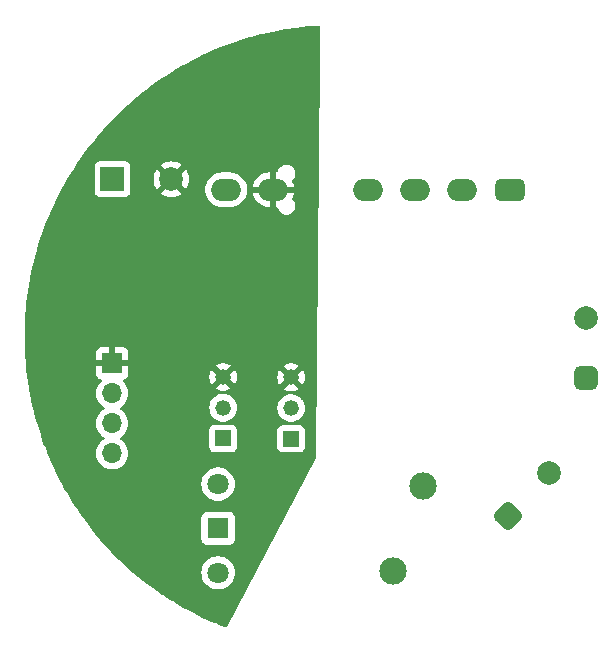
<source format=gbl>
%TF.GenerationSoftware,KiCad,Pcbnew,7.0.1-3b83917a11~172~ubuntu20.04.1*%
%TF.CreationDate,2023-03-21T13:55:29+01:00*%
%TF.ProjectId,220AC-mini-C3-board,32323041-432d-46d6-996e-692d43332d62,rev?*%
%TF.SameCoordinates,Original*%
%TF.FileFunction,Copper,L2,Bot*%
%TF.FilePolarity,Positive*%
%FSLAX46Y46*%
G04 Gerber Fmt 4.6, Leading zero omitted, Abs format (unit mm)*
G04 Created by KiCad (PCBNEW 7.0.1-3b83917a11~172~ubuntu20.04.1) date 2023-03-21 13:55:29*
%MOMM*%
%LPD*%
G01*
G04 APERTURE LIST*
G04 Aperture macros list*
%AMRoundRect*
0 Rectangle with rounded corners*
0 $1 Rounding radius*
0 $2 $3 $4 $5 $6 $7 $8 $9 X,Y pos of 4 corners*
0 Add a 4 corners polygon primitive as box body*
4,1,4,$2,$3,$4,$5,$6,$7,$8,$9,$2,$3,0*
0 Add four circle primitives for the rounded corners*
1,1,$1+$1,$2,$3*
1,1,$1+$1,$4,$5*
1,1,$1+$1,$6,$7*
1,1,$1+$1,$8,$9*
0 Add four rect primitives between the rounded corners*
20,1,$1+$1,$2,$3,$4,$5,0*
20,1,$1+$1,$4,$5,$6,$7,0*
20,1,$1+$1,$6,$7,$8,$9,0*
20,1,$1+$1,$8,$9,$2,$3,0*%
G04 Aperture macros list end*
%TA.AperFunction,ComponentPad*%
%ADD10R,1.320800X1.320800*%
%TD*%
%TA.AperFunction,ComponentPad*%
%ADD11C,1.320800*%
%TD*%
%TA.AperFunction,ComponentPad*%
%ADD12RoundRect,0.476250X0.781050X0.476250X-0.781050X0.476250X-0.781050X-0.476250X0.781050X-0.476250X0*%
%TD*%
%TA.AperFunction,ComponentPad*%
%ADD13O,2.514600X1.905000*%
%TD*%
%TA.AperFunction,ComponentPad*%
%ADD14RoundRect,0.500000X0.024678X-0.706676X0.706676X0.024678X-0.024678X0.706676X-0.706676X-0.024678X0*%
%TD*%
%TA.AperFunction,ComponentPad*%
%ADD15C,2.000000*%
%TD*%
%TA.AperFunction,ComponentPad*%
%ADD16RoundRect,0.500000X0.500000X-0.500000X0.500000X0.500000X-0.500000X0.500000X-0.500000X-0.500000X0*%
%TD*%
%TA.AperFunction,ComponentPad*%
%ADD17C,1.803400*%
%TD*%
%TA.AperFunction,ComponentPad*%
%ADD18R,1.803400X1.803400*%
%TD*%
%TA.AperFunction,ComponentPad*%
%ADD19C,2.311400*%
%TD*%
%TA.AperFunction,ComponentPad*%
%ADD20R,2.000000X2.000000*%
%TD*%
%TA.AperFunction,ComponentPad*%
%ADD21R,1.700000X1.700000*%
%TD*%
%TA.AperFunction,ComponentPad*%
%ADD22O,1.700000X1.700000*%
%TD*%
G04 APERTURE END LIST*
D10*
%TO.P,Q1,1,C*%
%TO.N,Net-(D1-Pad2)*%
X132760000Y-94000000D03*
D11*
%TO.P,Q1,2,B*%
%TO.N,Net-(Q1-Pad2)*%
X132760000Y-91400000D03*
%TO.P,Q1,3,E*%
%TO.N,GND*%
X132760000Y-88800000D03*
%TD*%
D12*
%TO.P,U1,1,ACL*%
%TO.N,/AC (N)*%
X151249999Y-72920000D03*
D13*
%TO.P,U1,2,ACN*%
%TO.N,Net-(R1-Pad2)*%
X147250000Y-72920000D03*
%TO.P,U1,3,+VCAP*%
%TO.N,Net-(C1-Pad1)*%
X143250000Y-72920000D03*
%TO.P,U1,4,-VCAP*%
%TO.N,Net-(C1-Pad2)*%
X139250000Y-72920000D03*
%TO.P,U1,5,-VO*%
%TO.N,GND*%
X131250001Y-72920000D03*
%TO.P,U1,6,+VO*%
%TO.N,Net-(C2-Pad1)*%
X127250002Y-72920000D03*
%TD*%
D14*
%TO.P,J2,1,Pin_1*%
%TO.N,Net-(J2-Pad1)*%
X151137724Y-100587638D03*
D15*
%TO.P,J2,2,Pin_2*%
%TO.N,Net-(J2-Pad2)*%
X154602276Y-96872362D03*
%TD*%
D16*
%TO.P,J1,1,Pin_1*%
%TO.N,AC*%
X157700000Y-88840000D03*
D15*
%TO.P,J1,2,Pin_2*%
%TO.N,/AC (N)*%
X157700000Y-83760000D03*
%TD*%
D10*
%TO.P,Q2,1,C*%
%TO.N,Net-(D2-Pad2)*%
X127000000Y-93980000D03*
D11*
%TO.P,Q2,2,B*%
%TO.N,Net-(Q2-Pad2)*%
X127000000Y-91380000D03*
%TO.P,Q2,3,E*%
%TO.N,GND*%
X127000000Y-88780000D03*
%TD*%
D17*
%TO.P,K1,1*%
%TO.N,Net-(D1-Pad2)*%
X126570000Y-105350000D03*
D18*
%TO.P,K1,2*%
%TO.N,+3V3*%
X126570000Y-101600000D03*
D17*
%TO.P,K1,3*%
%TO.N,Net-(D2-Pad2)*%
X126570000Y-97850000D03*
D19*
%TO.P,K1,4*%
%TO.N,Net-(J2-Pad2)*%
X143903000Y-98000000D03*
%TO.P,K1,5*%
%TO.N,Net-(J2-Pad1)*%
X141363000Y-105200000D03*
%TD*%
D20*
%TO.P,C2,1*%
%TO.N,Net-(C2-Pad1)*%
X117622323Y-72030000D03*
D15*
%TO.P,C2,2*%
%TO.N,GND*%
X122622323Y-72030000D03*
%TD*%
D21*
%TO.P,J3,1,Pin_1*%
%TO.N,GND*%
X117605000Y-87620000D03*
D22*
%TO.P,J3,2,Pin_2*%
%TO.N,+3V3*%
X117605000Y-90160000D03*
%TO.P,J3,3,Pin_3*%
%TO.N,/IO_3*%
X117605000Y-92700000D03*
%TO.P,J3,4,Pin_4*%
%TO.N,/IO_2*%
X117605000Y-95240000D03*
%TD*%
%TA.AperFunction,Conductor*%
%TO.N,GND*%
G36*
X135161414Y-59043645D02*
G01*
X135211141Y-59090053D01*
X135229500Y-59155546D01*
X135229500Y-61879699D01*
X135229493Y-61881049D01*
X134868505Y-95566947D01*
X134854003Y-95624298D01*
X127331196Y-109912324D01*
X127291005Y-109957509D01*
X127234391Y-109978764D01*
X127174395Y-109971194D01*
X126778970Y-109818802D01*
X126776424Y-109817789D01*
X126350320Y-109642839D01*
X126348358Y-109642014D01*
X125837966Y-109422311D01*
X125835455Y-109421197D01*
X125741407Y-109378237D01*
X125416680Y-109229908D01*
X125414780Y-109229021D01*
X124913121Y-108989703D01*
X124910606Y-108988469D01*
X124499657Y-108781085D01*
X124497819Y-108780138D01*
X124005649Y-108521549D01*
X124003157Y-108520204D01*
X123600788Y-108297117D01*
X123599016Y-108296116D01*
X123117014Y-108018601D01*
X123114549Y-108017144D01*
X122978954Y-107934917D01*
X122721292Y-107778667D01*
X122719655Y-107777656D01*
X122502202Y-107641008D01*
X122248516Y-107481591D01*
X122246084Y-107480024D01*
X121862655Y-107226612D01*
X121861016Y-107225510D01*
X121401455Y-106911323D01*
X121399061Y-106909645D01*
X121025991Y-106641678D01*
X121024420Y-106640531D01*
X120577168Y-106308699D01*
X120574816Y-106306911D01*
X120212646Y-106024801D01*
X120211145Y-106023614D01*
X119776772Y-105674533D01*
X119774468Y-105672635D01*
X119423797Y-105376878D01*
X119422366Y-105375653D01*
X119392856Y-105350000D01*
X125154967Y-105350000D01*
X125174266Y-105582907D01*
X125174266Y-105582910D01*
X125174267Y-105582911D01*
X125231636Y-105809459D01*
X125325516Y-106023481D01*
X125453340Y-106219132D01*
X125611620Y-106391070D01*
X125611624Y-106391074D01*
X125759164Y-106505909D01*
X125796051Y-106534619D01*
X125991761Y-106640531D01*
X126001588Y-106645849D01*
X126222630Y-106721733D01*
X126337888Y-106740966D01*
X126453145Y-106760200D01*
X126453148Y-106760200D01*
X126686852Y-106760200D01*
X126686855Y-106760200D01*
X126785645Y-106743714D01*
X126917370Y-106721733D01*
X127138412Y-106645849D01*
X127343950Y-106534618D01*
X127528376Y-106391074D01*
X127686660Y-106219131D01*
X127814484Y-106023481D01*
X127908363Y-105809460D01*
X127965734Y-105582907D01*
X127985033Y-105350000D01*
X127965734Y-105117093D01*
X127908363Y-104890540D01*
X127814484Y-104676519D01*
X127686660Y-104480869D01*
X127686659Y-104480867D01*
X127528379Y-104308929D01*
X127528378Y-104308928D01*
X127528376Y-104308926D01*
X127417720Y-104222799D01*
X127343948Y-104165380D01*
X127138411Y-104054150D01*
X126997465Y-104005763D01*
X126917370Y-103978267D01*
X126917367Y-103978266D01*
X126917366Y-103978266D01*
X126686855Y-103939800D01*
X126686852Y-103939800D01*
X126453148Y-103939800D01*
X126453145Y-103939800D01*
X126222633Y-103978266D01*
X126001588Y-104054150D01*
X125796051Y-104165380D01*
X125611620Y-104308929D01*
X125453340Y-104480867D01*
X125325516Y-104676518D01*
X125231636Y-104890540D01*
X125174267Y-105117088D01*
X125174266Y-105117093D01*
X125154967Y-105350000D01*
X119392856Y-105350000D01*
X119001639Y-105009912D01*
X118999387Y-105007907D01*
X118660574Y-104698829D01*
X118659215Y-104697570D01*
X118252782Y-104315710D01*
X118250587Y-104313597D01*
X118170223Y-104234348D01*
X117924306Y-103991841D01*
X117923033Y-103990568D01*
X117531388Y-103593022D01*
X117529255Y-103590803D01*
X117215928Y-103256820D01*
X117214712Y-103255505D01*
X116838492Y-102842880D01*
X116836452Y-102840588D01*
X116584636Y-102550338D01*
X125159800Y-102550338D01*
X125166311Y-102610900D01*
X125217411Y-102747905D01*
X125305038Y-102864961D01*
X125422094Y-102952588D01*
X125422095Y-102952588D01*
X125422096Y-102952589D01*
X125559099Y-103003689D01*
X125619662Y-103010200D01*
X127520338Y-103010200D01*
X127580901Y-103003689D01*
X127717904Y-102952589D01*
X127834961Y-102864961D01*
X127922589Y-102747904D01*
X127973689Y-102610901D01*
X127980200Y-102550338D01*
X127980200Y-100649662D01*
X127973689Y-100589099D01*
X127922589Y-100452096D01*
X127911275Y-100436982D01*
X127834961Y-100335038D01*
X127717905Y-100247411D01*
X127649402Y-100221860D01*
X127580901Y-100196311D01*
X127520338Y-100189800D01*
X125619662Y-100189800D01*
X125559099Y-100196311D01*
X125422094Y-100247411D01*
X125305038Y-100335038D01*
X125217411Y-100452094D01*
X125166311Y-100589099D01*
X125159800Y-100649662D01*
X125159800Y-102550338D01*
X116584636Y-102550338D01*
X116536620Y-102494994D01*
X116535494Y-102493677D01*
X116175218Y-102066501D01*
X116173225Y-102064077D01*
X115887270Y-101707361D01*
X115886305Y-101706141D01*
X115542496Y-101264975D01*
X115540580Y-101262451D01*
X115269011Y-100895298D01*
X115268009Y-100893925D01*
X114941350Y-100439603D01*
X114939515Y-100436982D01*
X114682557Y-100059746D01*
X114681627Y-100058360D01*
X114372579Y-99591481D01*
X114370831Y-99588765D01*
X114141186Y-99221733D01*
X114128994Y-99202247D01*
X114128220Y-99200993D01*
X113837082Y-98721936D01*
X113835425Y-98719127D01*
X113609114Y-98324055D01*
X113608324Y-98322656D01*
X113552125Y-98221582D01*
X113345521Y-97850000D01*
X125154967Y-97850000D01*
X125174266Y-98082907D01*
X125174266Y-98082910D01*
X125174267Y-98082911D01*
X125231636Y-98309459D01*
X125325516Y-98523481D01*
X125453340Y-98719132D01*
X125611620Y-98891070D01*
X125611624Y-98891074D01*
X125759164Y-99005909D01*
X125796051Y-99034619D01*
X125855837Y-99066973D01*
X126001588Y-99145849D01*
X126222630Y-99221733D01*
X126337889Y-99240966D01*
X126453145Y-99260200D01*
X126453148Y-99260200D01*
X126686852Y-99260200D01*
X126686855Y-99260200D01*
X126785645Y-99243714D01*
X126917370Y-99221733D01*
X127138412Y-99145849D01*
X127343950Y-99034618D01*
X127528376Y-98891074D01*
X127686660Y-98719131D01*
X127814484Y-98523481D01*
X127908363Y-98309460D01*
X127965734Y-98082907D01*
X127985033Y-97850000D01*
X127965734Y-97617093D01*
X127908363Y-97390540D01*
X127814484Y-97176519D01*
X127686660Y-96980869D01*
X127686659Y-96980867D01*
X127528379Y-96808929D01*
X127528378Y-96808928D01*
X127528376Y-96808926D01*
X127417720Y-96722799D01*
X127343948Y-96665380D01*
X127138411Y-96554150D01*
X126946717Y-96488342D01*
X126917370Y-96478267D01*
X126917367Y-96478266D01*
X126917366Y-96478266D01*
X126686855Y-96439800D01*
X126686852Y-96439800D01*
X126453148Y-96439800D01*
X126453145Y-96439800D01*
X126222633Y-96478266D01*
X126001588Y-96554150D01*
X125796051Y-96665380D01*
X125611620Y-96808929D01*
X125453340Y-96980867D01*
X125325516Y-97176518D01*
X125231636Y-97390540D01*
X125174267Y-97617088D01*
X125174266Y-97617093D01*
X125154967Y-97850000D01*
X113345521Y-97850000D01*
X113335673Y-97832289D01*
X113334192Y-97829541D01*
X113123569Y-97426278D01*
X113122882Y-97424941D01*
X112869155Y-96923968D01*
X112867693Y-96920984D01*
X112673206Y-96510471D01*
X112672552Y-96509070D01*
X112438141Y-95998178D01*
X112436828Y-95995212D01*
X112258536Y-95577663D01*
X112258122Y-95576677D01*
X112119126Y-95240000D01*
X116241844Y-95240000D01*
X116260436Y-95464368D01*
X116260436Y-95464371D01*
X116260437Y-95464372D01*
X116315702Y-95682611D01*
X116406139Y-95888790D01*
X116529278Y-96077268D01*
X116681762Y-96242908D01*
X116799883Y-96334846D01*
X116859424Y-96381189D01*
X117057426Y-96488342D01*
X117270365Y-96561444D01*
X117492431Y-96598500D01*
X117717566Y-96598500D01*
X117717569Y-96598500D01*
X117939635Y-96561444D01*
X118152574Y-96488342D01*
X118350576Y-96381189D01*
X118528240Y-96242906D01*
X118680722Y-96077268D01*
X118803860Y-95888791D01*
X118894296Y-95682616D01*
X118949564Y-95464368D01*
X118968156Y-95240000D01*
X118949564Y-95015632D01*
X118894296Y-94797384D01*
X118846771Y-94689038D01*
X125831100Y-94689038D01*
X125837611Y-94749601D01*
X125845071Y-94769601D01*
X125888711Y-94886605D01*
X125976338Y-95003661D01*
X126093394Y-95091288D01*
X126093395Y-95091288D01*
X126093396Y-95091289D01*
X126230399Y-95142389D01*
X126290962Y-95148900D01*
X127709038Y-95148900D01*
X127769601Y-95142389D01*
X127906604Y-95091289D01*
X128023661Y-95003661D01*
X128111289Y-94886604D01*
X128162389Y-94749601D01*
X128166750Y-94709038D01*
X131591100Y-94709038D01*
X131597611Y-94769600D01*
X131648711Y-94906605D01*
X131736338Y-95023661D01*
X131853394Y-95111288D01*
X131853395Y-95111288D01*
X131853396Y-95111289D01*
X131990399Y-95162389D01*
X132050962Y-95168900D01*
X133469038Y-95168900D01*
X133529601Y-95162389D01*
X133666604Y-95111289D01*
X133783661Y-95023661D01*
X133871289Y-94906604D01*
X133922389Y-94769601D01*
X133928900Y-94709038D01*
X133928900Y-93290962D01*
X133922389Y-93230399D01*
X133871289Y-93093396D01*
X133871288Y-93093394D01*
X133783661Y-92976338D01*
X133666605Y-92888711D01*
X133598102Y-92863161D01*
X133529601Y-92837611D01*
X133469038Y-92831100D01*
X132050962Y-92831100D01*
X131990399Y-92837611D01*
X131853394Y-92888711D01*
X131736338Y-92976338D01*
X131648711Y-93093394D01*
X131597611Y-93230399D01*
X131591100Y-93290962D01*
X131591100Y-94709038D01*
X128166750Y-94709038D01*
X128168900Y-94689038D01*
X128168900Y-93270962D01*
X128162389Y-93210399D01*
X128111289Y-93073396D01*
X128087537Y-93041667D01*
X128023661Y-92956338D01*
X127906605Y-92868711D01*
X127838102Y-92843160D01*
X127769601Y-92817611D01*
X127709038Y-92811100D01*
X126290962Y-92811100D01*
X126230399Y-92817611D01*
X126093394Y-92868711D01*
X125976338Y-92956338D01*
X125888711Y-93073394D01*
X125862895Y-93142611D01*
X125837611Y-93210399D01*
X125831100Y-93270962D01*
X125831100Y-94689038D01*
X118846771Y-94689038D01*
X118803860Y-94591209D01*
X118680722Y-94402732D01*
X118528240Y-94237094D01*
X118528239Y-94237093D01*
X118528237Y-94237091D01*
X118350579Y-94098813D01*
X118350577Y-94098812D01*
X118350576Y-94098811D01*
X118317317Y-94080812D01*
X118269047Y-94034498D01*
X118251288Y-93970000D01*
X118269047Y-93905502D01*
X118317317Y-93859187D01*
X118350576Y-93841189D01*
X118528240Y-93702906D01*
X118680722Y-93537268D01*
X118803860Y-93348791D01*
X118894296Y-93142616D01*
X118949564Y-92924368D01*
X118968156Y-92700000D01*
X118949564Y-92475632D01*
X118894296Y-92257384D01*
X118803860Y-92051209D01*
X118680722Y-91862732D01*
X118528240Y-91697094D01*
X118528239Y-91697093D01*
X118528237Y-91697091D01*
X118350579Y-91558813D01*
X118350577Y-91558812D01*
X118350576Y-91558811D01*
X118317317Y-91540812D01*
X118269047Y-91494498D01*
X118251288Y-91430000D01*
X118265055Y-91379999D01*
X125826091Y-91379999D01*
X125846079Y-91595703D01*
X125905361Y-91804060D01*
X126001924Y-91997985D01*
X126050489Y-92062295D01*
X126132472Y-92170857D01*
X126292562Y-92316799D01*
X126292564Y-92316800D01*
X126292565Y-92316801D01*
X126476739Y-92430837D01*
X126476743Y-92430838D01*
X126476744Y-92430839D01*
X126678745Y-92509095D01*
X126891685Y-92548900D01*
X127108314Y-92548900D01*
X127108315Y-92548900D01*
X127321255Y-92509095D01*
X127523256Y-92430839D01*
X127523257Y-92430837D01*
X127523260Y-92430837D01*
X127675133Y-92336801D01*
X127707438Y-92316799D01*
X127867528Y-92170857D01*
X127998077Y-91997983D01*
X128094637Y-91804064D01*
X128153920Y-91595705D01*
X128172055Y-91400000D01*
X131586091Y-91400000D01*
X131606079Y-91615703D01*
X131665361Y-91824060D01*
X131761924Y-92017985D01*
X131787014Y-92051209D01*
X131892472Y-92190857D01*
X132052562Y-92336799D01*
X132052564Y-92336800D01*
X132052565Y-92336801D01*
X132236739Y-92450837D01*
X132236743Y-92450838D01*
X132236744Y-92450839D01*
X132438745Y-92529095D01*
X132651685Y-92568900D01*
X132868314Y-92568900D01*
X132868315Y-92568900D01*
X133081255Y-92529095D01*
X133283256Y-92450839D01*
X133283257Y-92450837D01*
X133283260Y-92450837D01*
X133375347Y-92393818D01*
X133467438Y-92336799D01*
X133627528Y-92190857D01*
X133758077Y-92017983D01*
X133854637Y-91824064D01*
X133913920Y-91615705D01*
X133933908Y-91400000D01*
X133913920Y-91184295D01*
X133870870Y-91032990D01*
X133854638Y-90975939D01*
X133854637Y-90975936D01*
X133758077Y-90782017D01*
X133742971Y-90762014D01*
X133705676Y-90712627D01*
X133627528Y-90609143D01*
X133467438Y-90463201D01*
X133467435Y-90463199D01*
X133467434Y-90463198D01*
X133283260Y-90349162D01*
X133164771Y-90303259D01*
X133081255Y-90270905D01*
X132868315Y-90231100D01*
X132651685Y-90231100D01*
X132545737Y-90250905D01*
X132438745Y-90270905D01*
X132236739Y-90349162D01*
X132052565Y-90463198D01*
X131892471Y-90609144D01*
X131761924Y-90782014D01*
X131665361Y-90975939D01*
X131606079Y-91184296D01*
X131586091Y-91400000D01*
X128172055Y-91400000D01*
X128173908Y-91380000D01*
X128153920Y-91164295D01*
X128100328Y-90975939D01*
X128094638Y-90955939D01*
X128094637Y-90955936D01*
X127998077Y-90762017D01*
X127867528Y-90589143D01*
X127707438Y-90443201D01*
X127707435Y-90443199D01*
X127707434Y-90443198D01*
X127523260Y-90329162D01*
X127404771Y-90283259D01*
X127321255Y-90250905D01*
X127108315Y-90211100D01*
X126891685Y-90211100D01*
X126678745Y-90250904D01*
X126678745Y-90250905D01*
X126476739Y-90329162D01*
X126292565Y-90443198D01*
X126292561Y-90443201D01*
X126292562Y-90443201D01*
X126146826Y-90576058D01*
X126132471Y-90589144D01*
X126001924Y-90762014D01*
X125905361Y-90955939D01*
X125846079Y-91164296D01*
X125826091Y-91379999D01*
X118265055Y-91379999D01*
X118269047Y-91365502D01*
X118317317Y-91319187D01*
X118350576Y-91301189D01*
X118528240Y-91162906D01*
X118680722Y-90997268D01*
X118803860Y-90808791D01*
X118894296Y-90602616D01*
X118949564Y-90384368D01*
X118968156Y-90160000D01*
X118949564Y-89935632D01*
X118906630Y-89766089D01*
X126373119Y-89766089D01*
X126476966Y-89830389D01*
X126678882Y-89908611D01*
X126891734Y-89948400D01*
X127108266Y-89948400D01*
X127321117Y-89908611D01*
X127523030Y-89830390D01*
X127594577Y-89786089D01*
X132133119Y-89786089D01*
X132236966Y-89850389D01*
X132438882Y-89928611D01*
X132651734Y-89968400D01*
X132868266Y-89968400D01*
X133081117Y-89928611D01*
X133283030Y-89850390D01*
X133386878Y-89786089D01*
X132760000Y-89159210D01*
X132133119Y-89786089D01*
X127594577Y-89786089D01*
X127626878Y-89766089D01*
X127000000Y-89139210D01*
X126373119Y-89766089D01*
X118906630Y-89766089D01*
X118894296Y-89717384D01*
X118803860Y-89511209D01*
X118680722Y-89322732D01*
X118537157Y-89166780D01*
X118507921Y-89113178D01*
X118507318Y-89052122D01*
X118535493Y-88997951D01*
X118585827Y-88963388D01*
X118700963Y-88920445D01*
X118817904Y-88832904D01*
X118857508Y-88779999D01*
X125826594Y-88779999D01*
X125846574Y-88995617D01*
X125905829Y-89203880D01*
X126002350Y-89397719D01*
X126011264Y-89409523D01*
X126011265Y-89409524D01*
X126640789Y-88780001D01*
X127359210Y-88780001D01*
X127988733Y-89409524D01*
X127988734Y-89409523D01*
X127997650Y-89397719D01*
X128094168Y-89203885D01*
X128153425Y-88995617D01*
X128171552Y-88800000D01*
X131586594Y-88800000D01*
X131606574Y-89015617D01*
X131665829Y-89223880D01*
X131762350Y-89417719D01*
X131771264Y-89429523D01*
X131771265Y-89429524D01*
X132400789Y-88800001D01*
X133119210Y-88800001D01*
X133748733Y-89429524D01*
X133748734Y-89429523D01*
X133757650Y-89417719D01*
X133854168Y-89223885D01*
X133913425Y-89015617D01*
X133933405Y-88800000D01*
X133913425Y-88584382D01*
X133854169Y-88376117D01*
X133757650Y-88182282D01*
X133748733Y-88170475D01*
X133119210Y-88800000D01*
X133119210Y-88800001D01*
X132400789Y-88800001D01*
X132400790Y-88800000D01*
X132400790Y-88799999D01*
X131771265Y-88170474D01*
X131762348Y-88182282D01*
X131665831Y-88376114D01*
X131606574Y-88584382D01*
X131586594Y-88800000D01*
X128171552Y-88800000D01*
X128173405Y-88779999D01*
X128153425Y-88564382D01*
X128094169Y-88356117D01*
X127997650Y-88162282D01*
X127988733Y-88150475D01*
X127359210Y-88780000D01*
X127359210Y-88780001D01*
X126640789Y-88780001D01*
X126640790Y-88780000D01*
X126640790Y-88779999D01*
X126011265Y-88150474D01*
X126002348Y-88162282D01*
X125905831Y-88356114D01*
X125846574Y-88564382D01*
X125826594Y-88779999D01*
X118857508Y-88779999D01*
X118905445Y-88715962D01*
X118956494Y-88579093D01*
X118963000Y-88518589D01*
X118963000Y-87874000D01*
X116247000Y-87874000D01*
X116247000Y-88518589D01*
X116253505Y-88579093D01*
X116304554Y-88715962D01*
X116392095Y-88832904D01*
X116509037Y-88920445D01*
X116624172Y-88963388D01*
X116674506Y-88997952D01*
X116702681Y-89052122D01*
X116702078Y-89113178D01*
X116672841Y-89166782D01*
X116529278Y-89322731D01*
X116406139Y-89511209D01*
X116315702Y-89717388D01*
X116262214Y-89928611D01*
X116260436Y-89935632D01*
X116241844Y-90160000D01*
X116260436Y-90384368D01*
X116260436Y-90384371D01*
X116260437Y-90384372D01*
X116315702Y-90602611D01*
X116315703Y-90602614D01*
X116315704Y-90602616D01*
X116338856Y-90655398D01*
X116406139Y-90808790D01*
X116406140Y-90808791D01*
X116529278Y-90997268D01*
X116677153Y-91157902D01*
X116681762Y-91162908D01*
X116783611Y-91242181D01*
X116859424Y-91301189D01*
X116892682Y-91319187D01*
X116940951Y-91365500D01*
X116958711Y-91429997D01*
X116940953Y-91494494D01*
X116892683Y-91540811D01*
X116859423Y-91558810D01*
X116681762Y-91697091D01*
X116529278Y-91862731D01*
X116406139Y-92051209D01*
X116315702Y-92257388D01*
X116271779Y-92430839D01*
X116260436Y-92475632D01*
X116241844Y-92700000D01*
X116260436Y-92924368D01*
X116260436Y-92924371D01*
X116260437Y-92924372D01*
X116315702Y-93142611D01*
X116406139Y-93348790D01*
X116406140Y-93348791D01*
X116529278Y-93537268D01*
X116648398Y-93666666D01*
X116681762Y-93702908D01*
X116859418Y-93841185D01*
X116859420Y-93841186D01*
X116859424Y-93841189D01*
X116892682Y-93859187D01*
X116940952Y-93905503D01*
X116958711Y-93970000D01*
X116940952Y-94034497D01*
X116892682Y-94080812D01*
X116867794Y-94094281D01*
X116859418Y-94098814D01*
X116681762Y-94237091D01*
X116529278Y-94402731D01*
X116406139Y-94591209D01*
X116315702Y-94797388D01*
X116273388Y-94964485D01*
X116260436Y-95015632D01*
X116241844Y-95240000D01*
X112119126Y-95240000D01*
X112043347Y-95056448D01*
X112042126Y-95053372D01*
X111880456Y-94629879D01*
X111879940Y-94628501D01*
X111866205Y-94591209D01*
X111685326Y-94100104D01*
X111684220Y-94096973D01*
X111539276Y-93667934D01*
X111538904Y-93666810D01*
X111364619Y-93130586D01*
X111363623Y-93127374D01*
X111235699Y-92693816D01*
X111235380Y-92692714D01*
X111081689Y-92149272D01*
X111080824Y-92146044D01*
X110970019Y-91708504D01*
X110969787Y-91707568D01*
X110837021Y-91157840D01*
X110836274Y-91154547D01*
X110742708Y-90713728D01*
X110742530Y-90712867D01*
X110630948Y-90157671D01*
X110630306Y-90154223D01*
X110598357Y-89968400D01*
X110554116Y-89711084D01*
X110553936Y-89710007D01*
X110463782Y-89150278D01*
X110463267Y-89146763D01*
X110458829Y-89113178D01*
X110404453Y-88701699D01*
X110404333Y-88700754D01*
X110335762Y-88137090D01*
X110335389Y-88133606D01*
X110303875Y-87793910D01*
X126373119Y-87793910D01*
X126999999Y-88420790D01*
X127000000Y-88420790D01*
X127606879Y-87813910D01*
X132133119Y-87813910D01*
X132759999Y-88440790D01*
X132760000Y-88440790D01*
X133386879Y-87813910D01*
X133283033Y-87749610D01*
X133081117Y-87671388D01*
X132868266Y-87631600D01*
X132651734Y-87631600D01*
X132438882Y-87671388D01*
X132236966Y-87749610D01*
X132133119Y-87813910D01*
X127606879Y-87813910D01*
X127626879Y-87793910D01*
X127523033Y-87729610D01*
X127321117Y-87651388D01*
X127108266Y-87611600D01*
X126891734Y-87611600D01*
X126678882Y-87651388D01*
X126476966Y-87729610D01*
X126373119Y-87793910D01*
X110303875Y-87793910D01*
X110294003Y-87687495D01*
X110293914Y-87686482D01*
X110267440Y-87366000D01*
X116247000Y-87366000D01*
X117351000Y-87366000D01*
X117351000Y-86262000D01*
X117859000Y-86262000D01*
X117859000Y-87366000D01*
X118963000Y-87366000D01*
X118963000Y-86721411D01*
X118956494Y-86660906D01*
X118905445Y-86524037D01*
X118817904Y-86407095D01*
X118700962Y-86319554D01*
X118564093Y-86268505D01*
X118503589Y-86262000D01*
X117859000Y-86262000D01*
X117351000Y-86262000D01*
X116706411Y-86262000D01*
X116645906Y-86268505D01*
X116509037Y-86319554D01*
X116392095Y-86407095D01*
X116304554Y-86524037D01*
X116253505Y-86660906D01*
X116247000Y-86721411D01*
X116247000Y-87366000D01*
X110267440Y-87366000D01*
X110247098Y-87119743D01*
X110246860Y-87116249D01*
X110222891Y-86669669D01*
X110222848Y-86668783D01*
X110197918Y-86099701D01*
X110197814Y-86096150D01*
X110191237Y-85649970D01*
X110191230Y-85649322D01*
X110188295Y-85078485D01*
X110188329Y-85074997D01*
X110199076Y-84629895D01*
X110199092Y-84629336D01*
X110218246Y-84057782D01*
X110218424Y-84054089D01*
X110246377Y-83611152D01*
X110246455Y-83610007D01*
X110287724Y-83038907D01*
X110288039Y-83035288D01*
X110333093Y-82594708D01*
X110333161Y-82594067D01*
X110396640Y-82023380D01*
X110397080Y-82019904D01*
X110459051Y-81582640D01*
X110459128Y-81582111D01*
X110544794Y-81013042D01*
X110545393Y-81009431D01*
X110624054Y-80576346D01*
X110624219Y-80575464D01*
X110654924Y-80414118D01*
X110731995Y-80009126D01*
X110732753Y-80005448D01*
X110827869Y-79577191D01*
X110828077Y-79576277D01*
X110957952Y-79013211D01*
X110958857Y-79009545D01*
X111070186Y-78586686D01*
X111070325Y-78586163D01*
X111222338Y-78026757D01*
X111223383Y-78023135D01*
X111350611Y-77606410D01*
X111350696Y-77606134D01*
X111524780Y-77051185D01*
X111525929Y-77047715D01*
X111668662Y-76637968D01*
X111668715Y-76637814D01*
X111864721Y-76088280D01*
X111866082Y-76084647D01*
X112023907Y-75682610D01*
X112241764Y-75139139D01*
X112243215Y-75135677D01*
X112415791Y-74741807D01*
X112655284Y-74205356D01*
X112656923Y-74201837D01*
X112843597Y-73817206D01*
X112843820Y-73816750D01*
X113104662Y-73288318D01*
X113106457Y-73284825D01*
X113216627Y-73078638D01*
X116113823Y-73078638D01*
X116120334Y-73139201D01*
X116145883Y-73207702D01*
X116171434Y-73276205D01*
X116259061Y-73393261D01*
X116376117Y-73480888D01*
X116376118Y-73480888D01*
X116376119Y-73480889D01*
X116513122Y-73531989D01*
X116573685Y-73538500D01*
X118670961Y-73538500D01*
X118731524Y-73531989D01*
X118868527Y-73480889D01*
X118985584Y-73393261D01*
X119073212Y-73276204D01*
X119078099Y-73263102D01*
X121748430Y-73263102D01*
X121935584Y-73377791D01*
X122154882Y-73468627D01*
X122385689Y-73524039D01*
X122622323Y-73542662D01*
X122858956Y-73524039D01*
X123089763Y-73468627D01*
X123309061Y-73377791D01*
X123496214Y-73263102D01*
X123496215Y-73263101D01*
X123274176Y-73041062D01*
X125484202Y-73041062D01*
X125524054Y-73279883D01*
X125524055Y-73279885D01*
X125602671Y-73508887D01*
X125717911Y-73721833D01*
X125866625Y-73912900D01*
X126018542Y-74052749D01*
X126044762Y-74076886D01*
X126247460Y-74209315D01*
X126469190Y-74306575D01*
X126703905Y-74366013D01*
X126884775Y-74381000D01*
X127615224Y-74381000D01*
X127615229Y-74381000D01*
X127796099Y-74366013D01*
X128030814Y-74306575D01*
X128252544Y-74209315D01*
X128455242Y-74076886D01*
X128633378Y-73912900D01*
X128707860Y-73817206D01*
X128782092Y-73721833D01*
X128836881Y-73620592D01*
X128897332Y-73508888D01*
X128975950Y-73279883D01*
X128993619Y-73174000D01*
X129506893Y-73174000D01*
X129524541Y-73279762D01*
X129603130Y-73508686D01*
X129718327Y-73721553D01*
X129866997Y-73912563D01*
X130045067Y-74076488D01*
X130247697Y-74208872D01*
X130469348Y-74306097D01*
X130703987Y-74365516D01*
X130884806Y-74380500D01*
X130996001Y-74380500D01*
X130996001Y-73174000D01*
X131504001Y-73174000D01*
X131504001Y-74380501D01*
X131504421Y-74380921D01*
X131559192Y-74393902D01*
X131603711Y-74431257D01*
X131626729Y-74484618D01*
X131630667Y-74506952D01*
X131699721Y-74667039D01*
X131803830Y-74806881D01*
X131937385Y-74918949D01*
X132015977Y-74958419D01*
X132093185Y-74997194D01*
X132262829Y-75037400D01*
X132393436Y-75037400D01*
X132523164Y-75022237D01*
X132686993Y-74962608D01*
X132832654Y-74866805D01*
X132952296Y-74739993D01*
X133039467Y-74589007D01*
X133089469Y-74421988D01*
X133099607Y-74247940D01*
X133069332Y-74076246D01*
X133000279Y-73916162D01*
X132926144Y-73816582D01*
X132896169Y-73776318D01*
X132896168Y-73776317D01*
X132875796Y-73759222D01*
X132841556Y-73713668D01*
X132830888Y-73657687D01*
X132845975Y-73602731D01*
X132896871Y-73508685D01*
X132975460Y-73279762D01*
X132993109Y-73174000D01*
X131504001Y-73174000D01*
X130996001Y-73174000D01*
X129506893Y-73174000D01*
X128993619Y-73174000D01*
X129015802Y-73041062D01*
X129015802Y-72798938D01*
X128993619Y-72666000D01*
X129506893Y-72666000D01*
X130996001Y-72666000D01*
X131504001Y-72666000D01*
X132993109Y-72666000D01*
X132975460Y-72560237D01*
X132896871Y-72331313D01*
X132845405Y-72236211D01*
X132830608Y-72186133D01*
X132837384Y-72134357D01*
X132864571Y-72089775D01*
X132920966Y-72030001D01*
X132952296Y-71996793D01*
X133039467Y-71845807D01*
X133089469Y-71678788D01*
X133099607Y-71504740D01*
X133069332Y-71333046D01*
X133000279Y-71172962D01*
X132984913Y-71152322D01*
X132896169Y-71033118D01*
X132762614Y-70921050D01*
X132606817Y-70842807D01*
X132606816Y-70842806D01*
X132606815Y-70842806D01*
X132437171Y-70802600D01*
X132306564Y-70802600D01*
X132176834Y-70817763D01*
X132013006Y-70877391D01*
X131867348Y-70973192D01*
X131747703Y-71100007D01*
X131660532Y-71250993D01*
X131660533Y-71250993D01*
X131625012Y-71369639D01*
X131599240Y-71416348D01*
X131556447Y-71448206D01*
X131504307Y-71459500D01*
X131504001Y-71459500D01*
X131504001Y-72666000D01*
X130996001Y-72666000D01*
X130996001Y-71459500D01*
X130884806Y-71459500D01*
X130703987Y-71474483D01*
X130469348Y-71533902D01*
X130247697Y-71631127D01*
X130045067Y-71763511D01*
X129866997Y-71927436D01*
X129718327Y-72118446D01*
X129603130Y-72331313D01*
X129524541Y-72560237D01*
X129506893Y-72666000D01*
X128993619Y-72666000D01*
X128975950Y-72560117D01*
X128897332Y-72331112D01*
X128785035Y-72123605D01*
X128782092Y-72118166D01*
X128633378Y-71927099D01*
X128455243Y-71763115D01*
X128455242Y-71763114D01*
X128252544Y-71630685D01*
X128097233Y-71562559D01*
X128030812Y-71533424D01*
X127796103Y-71473988D01*
X127796102Y-71473987D01*
X127796099Y-71473987D01*
X127615229Y-71459000D01*
X126884775Y-71459000D01*
X126703905Y-71473987D01*
X126703901Y-71473987D01*
X126703900Y-71473988D01*
X126469191Y-71533424D01*
X126247459Y-71630685D01*
X126044760Y-71763115D01*
X125866625Y-71927099D01*
X125717911Y-72118166D01*
X125602671Y-72331112D01*
X125545571Y-72497440D01*
X125524054Y-72560117D01*
X125484202Y-72798938D01*
X125484202Y-73041062D01*
X123274176Y-73041062D01*
X122622324Y-72389210D01*
X122622323Y-72389210D01*
X121748430Y-73263101D01*
X121748430Y-73263102D01*
X119078099Y-73263102D01*
X119124312Y-73139201D01*
X119130823Y-73078638D01*
X119130823Y-72030000D01*
X121109660Y-72030000D01*
X121128283Y-72266633D01*
X121183695Y-72497440D01*
X121274531Y-72716738D01*
X121389219Y-72903891D01*
X121389220Y-72903891D01*
X122263112Y-72030001D01*
X122981533Y-72030001D01*
X123855424Y-72903892D01*
X123855425Y-72903891D01*
X123970114Y-72716738D01*
X124060950Y-72497440D01*
X124116362Y-72266633D01*
X124134985Y-72030000D01*
X124116362Y-71793366D01*
X124060950Y-71562559D01*
X123970114Y-71343261D01*
X123855425Y-71156107D01*
X123855424Y-71156107D01*
X122981533Y-72030000D01*
X122981533Y-72030001D01*
X122263112Y-72030001D01*
X122263113Y-72030000D01*
X122263113Y-72029999D01*
X121389221Y-71156107D01*
X121389219Y-71156107D01*
X121274530Y-71343264D01*
X121183695Y-71562559D01*
X121128283Y-71793366D01*
X121109660Y-72030000D01*
X119130823Y-72030000D01*
X119130823Y-70981362D01*
X119124312Y-70920799D01*
X119078099Y-70796898D01*
X121748430Y-70796898D01*
X122622322Y-71670790D01*
X122622323Y-71670790D01*
X123496214Y-70796897D01*
X123496214Y-70796896D01*
X123309061Y-70682208D01*
X123089763Y-70591372D01*
X122858956Y-70535960D01*
X122622323Y-70517337D01*
X122385689Y-70535960D01*
X122154882Y-70591372D01*
X121935587Y-70682207D01*
X121748430Y-70796896D01*
X121748430Y-70796898D01*
X119078099Y-70796898D01*
X119073212Y-70783796D01*
X119073211Y-70783794D01*
X118985584Y-70666738D01*
X118868528Y-70579111D01*
X118800025Y-70553560D01*
X118731524Y-70528011D01*
X118670961Y-70521500D01*
X116573685Y-70521500D01*
X116513122Y-70528011D01*
X116376117Y-70579111D01*
X116259061Y-70666738D01*
X116171434Y-70783794D01*
X116136524Y-70877392D01*
X116120334Y-70920799D01*
X116113823Y-70981362D01*
X116113823Y-73078638D01*
X113216627Y-73078638D01*
X113306931Y-72909631D01*
X113307039Y-72909431D01*
X113589263Y-72389326D01*
X113591169Y-72385943D01*
X113804814Y-72020980D01*
X114108347Y-71509760D01*
X114110387Y-71506448D01*
X114336453Y-71152577D01*
X114661055Y-70651072D01*
X114663303Y-70647721D01*
X114901256Y-70305351D01*
X114901479Y-70305032D01*
X115246711Y-69814310D01*
X115249060Y-69811086D01*
X115498228Y-69480762D01*
X115864312Y-69000919D01*
X115866783Y-68997790D01*
X116126157Y-68680392D01*
X116512940Y-68212100D01*
X116515614Y-68208972D01*
X116784405Y-67904978D01*
X117191668Y-67448977D01*
X117194527Y-67445886D01*
X117471789Y-67155857D01*
X117899421Y-66712760D01*
X117902374Y-66709802D01*
X118187488Y-66433881D01*
X118635257Y-66004432D01*
X118638292Y-66001619D01*
X118929832Y-65740646D01*
X119397943Y-65325186D01*
X119401084Y-65322494D01*
X119697740Y-65077028D01*
X120186330Y-64676040D01*
X120189672Y-64673393D01*
X120490170Y-64443828D01*
X120999341Y-64057877D01*
X121002794Y-64055354D01*
X121305294Y-63842357D01*
X121835660Y-63471704D01*
X121839261Y-63469281D01*
X122142096Y-63273199D01*
X122694131Y-62918332D01*
X122697779Y-62916078D01*
X122998940Y-62737300D01*
X123573287Y-62398706D01*
X123577129Y-62396532D01*
X123874131Y-62235496D01*
X124471993Y-61913490D01*
X124475936Y-61911457D01*
X124765870Y-61768547D01*
X124765903Y-61768615D01*
X124766150Y-61768409D01*
X125388850Y-61463449D01*
X125392824Y-61461591D01*
X125671403Y-61337493D01*
X126322455Y-61049272D01*
X126326526Y-61047558D01*
X126589029Y-60942652D01*
X126589261Y-60942560D01*
X126589284Y-60942619D01*
X126589490Y-60942469D01*
X127271400Y-60671585D01*
X127275533Y-60670030D01*
X127515016Y-60584962D01*
X127515205Y-60584895D01*
X127515436Y-60584882D01*
X127515415Y-60584821D01*
X128234236Y-60330961D01*
X128238518Y-60329538D01*
X128445989Y-60264807D01*
X129209595Y-60027885D01*
X129213895Y-60026638D01*
X129374623Y-59983269D01*
X130195874Y-59762853D01*
X130200357Y-59761740D01*
X130292084Y-59740778D01*
X130292331Y-59740722D01*
X130292465Y-59740726D01*
X130292458Y-59740693D01*
X131191309Y-59536319D01*
X131195981Y-59535350D01*
X132192185Y-59348990D01*
X132196902Y-59348203D01*
X133199499Y-59200474D01*
X133204239Y-59199868D01*
X134211824Y-59090976D01*
X134216638Y-59090550D01*
X135094812Y-59029846D01*
X135161414Y-59043645D01*
G37*
%TD.AperFunction*%
%TD*%
M02*

</source>
